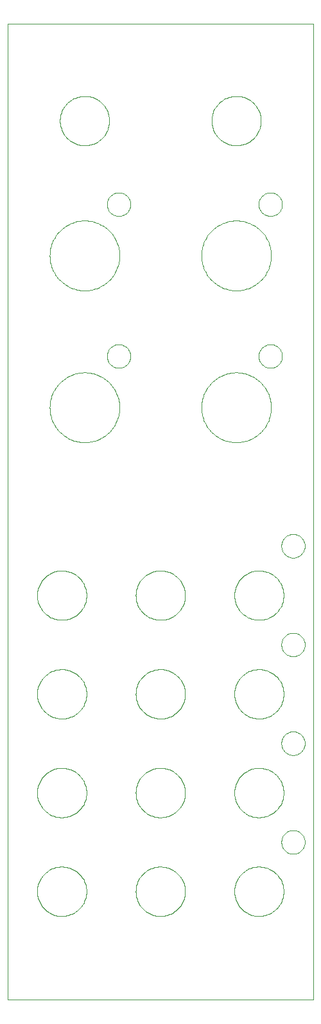
<source format=gm1>
G75*
%MOIN*%
%OFA0B0*%
%FSLAX24Y24*%
%IPPOS*%
%LPD*%
%AMOC8*
5,1,8,0,0,1.08239X$1,22.5*
%
%ADD10C,0.0000*%
D10*
X000150Y000150D02*
X000150Y050741D01*
X016016Y050741D01*
X016016Y000150D01*
X000150Y000150D01*
X001685Y005760D02*
X001687Y005831D01*
X001693Y005902D01*
X001703Y005973D01*
X001717Y006042D01*
X001734Y006111D01*
X001756Y006179D01*
X001781Y006246D01*
X001810Y006311D01*
X001842Y006374D01*
X001878Y006436D01*
X001917Y006495D01*
X001960Y006552D01*
X002005Y006607D01*
X002054Y006659D01*
X002105Y006708D01*
X002159Y006754D01*
X002216Y006798D01*
X002274Y006838D01*
X002335Y006874D01*
X002398Y006908D01*
X002463Y006937D01*
X002529Y006963D01*
X002597Y006986D01*
X002665Y007004D01*
X002735Y007019D01*
X002805Y007030D01*
X002876Y007037D01*
X002947Y007040D01*
X003018Y007039D01*
X003089Y007034D01*
X003160Y007025D01*
X003230Y007012D01*
X003299Y006996D01*
X003367Y006975D01*
X003434Y006951D01*
X003500Y006923D01*
X003563Y006891D01*
X003625Y006856D01*
X003685Y006818D01*
X003743Y006776D01*
X003798Y006732D01*
X003851Y006684D01*
X003901Y006633D01*
X003948Y006580D01*
X003992Y006524D01*
X004033Y006466D01*
X004071Y006405D01*
X004105Y006343D01*
X004135Y006278D01*
X004162Y006213D01*
X004186Y006145D01*
X004205Y006077D01*
X004221Y006008D01*
X004233Y005937D01*
X004241Y005867D01*
X004245Y005796D01*
X004245Y005724D01*
X004241Y005653D01*
X004233Y005583D01*
X004221Y005512D01*
X004205Y005443D01*
X004186Y005375D01*
X004162Y005307D01*
X004135Y005242D01*
X004105Y005177D01*
X004071Y005115D01*
X004033Y005054D01*
X003992Y004996D01*
X003948Y004940D01*
X003901Y004887D01*
X003851Y004836D01*
X003798Y004788D01*
X003743Y004744D01*
X003685Y004702D01*
X003625Y004664D01*
X003563Y004629D01*
X003500Y004597D01*
X003434Y004569D01*
X003367Y004545D01*
X003299Y004524D01*
X003230Y004508D01*
X003160Y004495D01*
X003089Y004486D01*
X003018Y004481D01*
X002947Y004480D01*
X002876Y004483D01*
X002805Y004490D01*
X002735Y004501D01*
X002665Y004516D01*
X002597Y004534D01*
X002529Y004557D01*
X002463Y004583D01*
X002398Y004612D01*
X002335Y004646D01*
X002274Y004682D01*
X002216Y004722D01*
X002159Y004766D01*
X002105Y004812D01*
X002054Y004861D01*
X002005Y004913D01*
X001960Y004968D01*
X001917Y005025D01*
X001878Y005084D01*
X001842Y005146D01*
X001810Y005209D01*
X001781Y005274D01*
X001756Y005341D01*
X001734Y005409D01*
X001717Y005478D01*
X001703Y005547D01*
X001693Y005618D01*
X001687Y005689D01*
X001685Y005760D01*
X001685Y010878D02*
X001687Y010949D01*
X001693Y011020D01*
X001703Y011091D01*
X001717Y011160D01*
X001734Y011229D01*
X001756Y011297D01*
X001781Y011364D01*
X001810Y011429D01*
X001842Y011492D01*
X001878Y011554D01*
X001917Y011613D01*
X001960Y011670D01*
X002005Y011725D01*
X002054Y011777D01*
X002105Y011826D01*
X002159Y011872D01*
X002216Y011916D01*
X002274Y011956D01*
X002335Y011992D01*
X002398Y012026D01*
X002463Y012055D01*
X002529Y012081D01*
X002597Y012104D01*
X002665Y012122D01*
X002735Y012137D01*
X002805Y012148D01*
X002876Y012155D01*
X002947Y012158D01*
X003018Y012157D01*
X003089Y012152D01*
X003160Y012143D01*
X003230Y012130D01*
X003299Y012114D01*
X003367Y012093D01*
X003434Y012069D01*
X003500Y012041D01*
X003563Y012009D01*
X003625Y011974D01*
X003685Y011936D01*
X003743Y011894D01*
X003798Y011850D01*
X003851Y011802D01*
X003901Y011751D01*
X003948Y011698D01*
X003992Y011642D01*
X004033Y011584D01*
X004071Y011523D01*
X004105Y011461D01*
X004135Y011396D01*
X004162Y011331D01*
X004186Y011263D01*
X004205Y011195D01*
X004221Y011126D01*
X004233Y011055D01*
X004241Y010985D01*
X004245Y010914D01*
X004245Y010842D01*
X004241Y010771D01*
X004233Y010701D01*
X004221Y010630D01*
X004205Y010561D01*
X004186Y010493D01*
X004162Y010425D01*
X004135Y010360D01*
X004105Y010295D01*
X004071Y010233D01*
X004033Y010172D01*
X003992Y010114D01*
X003948Y010058D01*
X003901Y010005D01*
X003851Y009954D01*
X003798Y009906D01*
X003743Y009862D01*
X003685Y009820D01*
X003625Y009782D01*
X003563Y009747D01*
X003500Y009715D01*
X003434Y009687D01*
X003367Y009663D01*
X003299Y009642D01*
X003230Y009626D01*
X003160Y009613D01*
X003089Y009604D01*
X003018Y009599D01*
X002947Y009598D01*
X002876Y009601D01*
X002805Y009608D01*
X002735Y009619D01*
X002665Y009634D01*
X002597Y009652D01*
X002529Y009675D01*
X002463Y009701D01*
X002398Y009730D01*
X002335Y009764D01*
X002274Y009800D01*
X002216Y009840D01*
X002159Y009884D01*
X002105Y009930D01*
X002054Y009979D01*
X002005Y010031D01*
X001960Y010086D01*
X001917Y010143D01*
X001878Y010202D01*
X001842Y010264D01*
X001810Y010327D01*
X001781Y010392D01*
X001756Y010459D01*
X001734Y010527D01*
X001717Y010596D01*
X001703Y010665D01*
X001693Y010736D01*
X001687Y010807D01*
X001685Y010878D01*
X001685Y015996D02*
X001687Y016067D01*
X001693Y016138D01*
X001703Y016209D01*
X001717Y016278D01*
X001734Y016347D01*
X001756Y016415D01*
X001781Y016482D01*
X001810Y016547D01*
X001842Y016610D01*
X001878Y016672D01*
X001917Y016731D01*
X001960Y016788D01*
X002005Y016843D01*
X002054Y016895D01*
X002105Y016944D01*
X002159Y016990D01*
X002216Y017034D01*
X002274Y017074D01*
X002335Y017110D01*
X002398Y017144D01*
X002463Y017173D01*
X002529Y017199D01*
X002597Y017222D01*
X002665Y017240D01*
X002735Y017255D01*
X002805Y017266D01*
X002876Y017273D01*
X002947Y017276D01*
X003018Y017275D01*
X003089Y017270D01*
X003160Y017261D01*
X003230Y017248D01*
X003299Y017232D01*
X003367Y017211D01*
X003434Y017187D01*
X003500Y017159D01*
X003563Y017127D01*
X003625Y017092D01*
X003685Y017054D01*
X003743Y017012D01*
X003798Y016968D01*
X003851Y016920D01*
X003901Y016869D01*
X003948Y016816D01*
X003992Y016760D01*
X004033Y016702D01*
X004071Y016641D01*
X004105Y016579D01*
X004135Y016514D01*
X004162Y016449D01*
X004186Y016381D01*
X004205Y016313D01*
X004221Y016244D01*
X004233Y016173D01*
X004241Y016103D01*
X004245Y016032D01*
X004245Y015960D01*
X004241Y015889D01*
X004233Y015819D01*
X004221Y015748D01*
X004205Y015679D01*
X004186Y015611D01*
X004162Y015543D01*
X004135Y015478D01*
X004105Y015413D01*
X004071Y015351D01*
X004033Y015290D01*
X003992Y015232D01*
X003948Y015176D01*
X003901Y015123D01*
X003851Y015072D01*
X003798Y015024D01*
X003743Y014980D01*
X003685Y014938D01*
X003625Y014900D01*
X003563Y014865D01*
X003500Y014833D01*
X003434Y014805D01*
X003367Y014781D01*
X003299Y014760D01*
X003230Y014744D01*
X003160Y014731D01*
X003089Y014722D01*
X003018Y014717D01*
X002947Y014716D01*
X002876Y014719D01*
X002805Y014726D01*
X002735Y014737D01*
X002665Y014752D01*
X002597Y014770D01*
X002529Y014793D01*
X002463Y014819D01*
X002398Y014848D01*
X002335Y014882D01*
X002274Y014918D01*
X002216Y014958D01*
X002159Y015002D01*
X002105Y015048D01*
X002054Y015097D01*
X002005Y015149D01*
X001960Y015204D01*
X001917Y015261D01*
X001878Y015320D01*
X001842Y015382D01*
X001810Y015445D01*
X001781Y015510D01*
X001756Y015577D01*
X001734Y015645D01*
X001717Y015714D01*
X001703Y015783D01*
X001693Y015854D01*
X001687Y015925D01*
X001685Y015996D01*
X001685Y021115D02*
X001687Y021186D01*
X001693Y021257D01*
X001703Y021328D01*
X001717Y021397D01*
X001734Y021466D01*
X001756Y021534D01*
X001781Y021601D01*
X001810Y021666D01*
X001842Y021729D01*
X001878Y021791D01*
X001917Y021850D01*
X001960Y021907D01*
X002005Y021962D01*
X002054Y022014D01*
X002105Y022063D01*
X002159Y022109D01*
X002216Y022153D01*
X002274Y022193D01*
X002335Y022229D01*
X002398Y022263D01*
X002463Y022292D01*
X002529Y022318D01*
X002597Y022341D01*
X002665Y022359D01*
X002735Y022374D01*
X002805Y022385D01*
X002876Y022392D01*
X002947Y022395D01*
X003018Y022394D01*
X003089Y022389D01*
X003160Y022380D01*
X003230Y022367D01*
X003299Y022351D01*
X003367Y022330D01*
X003434Y022306D01*
X003500Y022278D01*
X003563Y022246D01*
X003625Y022211D01*
X003685Y022173D01*
X003743Y022131D01*
X003798Y022087D01*
X003851Y022039D01*
X003901Y021988D01*
X003948Y021935D01*
X003992Y021879D01*
X004033Y021821D01*
X004071Y021760D01*
X004105Y021698D01*
X004135Y021633D01*
X004162Y021568D01*
X004186Y021500D01*
X004205Y021432D01*
X004221Y021363D01*
X004233Y021292D01*
X004241Y021222D01*
X004245Y021151D01*
X004245Y021079D01*
X004241Y021008D01*
X004233Y020938D01*
X004221Y020867D01*
X004205Y020798D01*
X004186Y020730D01*
X004162Y020662D01*
X004135Y020597D01*
X004105Y020532D01*
X004071Y020470D01*
X004033Y020409D01*
X003992Y020351D01*
X003948Y020295D01*
X003901Y020242D01*
X003851Y020191D01*
X003798Y020143D01*
X003743Y020099D01*
X003685Y020057D01*
X003625Y020019D01*
X003563Y019984D01*
X003500Y019952D01*
X003434Y019924D01*
X003367Y019900D01*
X003299Y019879D01*
X003230Y019863D01*
X003160Y019850D01*
X003089Y019841D01*
X003018Y019836D01*
X002947Y019835D01*
X002876Y019838D01*
X002805Y019845D01*
X002735Y019856D01*
X002665Y019871D01*
X002597Y019889D01*
X002529Y019912D01*
X002463Y019938D01*
X002398Y019967D01*
X002335Y020001D01*
X002274Y020037D01*
X002216Y020077D01*
X002159Y020121D01*
X002105Y020167D01*
X002054Y020216D01*
X002005Y020268D01*
X001960Y020323D01*
X001917Y020380D01*
X001878Y020439D01*
X001842Y020501D01*
X001810Y020564D01*
X001781Y020629D01*
X001756Y020696D01*
X001734Y020764D01*
X001717Y020833D01*
X001703Y020902D01*
X001693Y020973D01*
X001687Y021044D01*
X001685Y021115D01*
X002335Y030859D02*
X002337Y030944D01*
X002343Y031029D01*
X002353Y031113D01*
X002367Y031197D01*
X002385Y031280D01*
X002406Y031362D01*
X002432Y031443D01*
X002461Y031523D01*
X002494Y031601D01*
X002530Y031677D01*
X002571Y031752D01*
X002614Y031825D01*
X002661Y031896D01*
X002711Y031964D01*
X002765Y032030D01*
X002821Y032094D01*
X002881Y032154D01*
X002943Y032212D01*
X003007Y032267D01*
X003075Y032319D01*
X003144Y032368D01*
X003216Y032413D01*
X003290Y032455D01*
X003366Y032493D01*
X003443Y032528D01*
X003522Y032559D01*
X003603Y032587D01*
X003684Y032610D01*
X003767Y032630D01*
X003850Y032646D01*
X003934Y032658D01*
X004019Y032666D01*
X004104Y032670D01*
X004188Y032670D01*
X004273Y032666D01*
X004358Y032658D01*
X004442Y032646D01*
X004525Y032630D01*
X004608Y032610D01*
X004689Y032587D01*
X004770Y032559D01*
X004849Y032528D01*
X004926Y032493D01*
X005002Y032455D01*
X005076Y032413D01*
X005148Y032368D01*
X005217Y032319D01*
X005285Y032267D01*
X005349Y032212D01*
X005411Y032154D01*
X005471Y032094D01*
X005527Y032030D01*
X005581Y031964D01*
X005631Y031896D01*
X005678Y031825D01*
X005721Y031752D01*
X005762Y031677D01*
X005798Y031601D01*
X005831Y031523D01*
X005860Y031443D01*
X005886Y031362D01*
X005907Y031280D01*
X005925Y031197D01*
X005939Y031113D01*
X005949Y031029D01*
X005955Y030944D01*
X005957Y030859D01*
X005955Y030774D01*
X005949Y030689D01*
X005939Y030605D01*
X005925Y030521D01*
X005907Y030438D01*
X005886Y030356D01*
X005860Y030275D01*
X005831Y030195D01*
X005798Y030117D01*
X005762Y030041D01*
X005721Y029966D01*
X005678Y029893D01*
X005631Y029822D01*
X005581Y029754D01*
X005527Y029688D01*
X005471Y029624D01*
X005411Y029564D01*
X005349Y029506D01*
X005285Y029451D01*
X005217Y029399D01*
X005148Y029350D01*
X005076Y029305D01*
X005002Y029263D01*
X004926Y029225D01*
X004849Y029190D01*
X004770Y029159D01*
X004689Y029131D01*
X004608Y029108D01*
X004525Y029088D01*
X004442Y029072D01*
X004358Y029060D01*
X004273Y029052D01*
X004188Y029048D01*
X004104Y029048D01*
X004019Y029052D01*
X003934Y029060D01*
X003850Y029072D01*
X003767Y029088D01*
X003684Y029108D01*
X003603Y029131D01*
X003522Y029159D01*
X003443Y029190D01*
X003366Y029225D01*
X003290Y029263D01*
X003216Y029305D01*
X003144Y029350D01*
X003075Y029399D01*
X003007Y029451D01*
X002943Y029506D01*
X002881Y029564D01*
X002821Y029624D01*
X002765Y029688D01*
X002711Y029754D01*
X002661Y029822D01*
X002614Y029893D01*
X002571Y029966D01*
X002530Y030041D01*
X002494Y030117D01*
X002461Y030195D01*
X002432Y030275D01*
X002406Y030356D01*
X002385Y030438D01*
X002367Y030521D01*
X002353Y030605D01*
X002343Y030689D01*
X002337Y030774D01*
X002335Y030859D01*
X002335Y038733D02*
X002337Y038818D01*
X002343Y038903D01*
X002353Y038987D01*
X002367Y039071D01*
X002385Y039154D01*
X002406Y039236D01*
X002432Y039317D01*
X002461Y039397D01*
X002494Y039475D01*
X002530Y039551D01*
X002571Y039626D01*
X002614Y039699D01*
X002661Y039770D01*
X002711Y039838D01*
X002765Y039904D01*
X002821Y039968D01*
X002881Y040028D01*
X002943Y040086D01*
X003007Y040141D01*
X003075Y040193D01*
X003144Y040242D01*
X003216Y040287D01*
X003290Y040329D01*
X003366Y040367D01*
X003443Y040402D01*
X003522Y040433D01*
X003603Y040461D01*
X003684Y040484D01*
X003767Y040504D01*
X003850Y040520D01*
X003934Y040532D01*
X004019Y040540D01*
X004104Y040544D01*
X004188Y040544D01*
X004273Y040540D01*
X004358Y040532D01*
X004442Y040520D01*
X004525Y040504D01*
X004608Y040484D01*
X004689Y040461D01*
X004770Y040433D01*
X004849Y040402D01*
X004926Y040367D01*
X005002Y040329D01*
X005076Y040287D01*
X005148Y040242D01*
X005217Y040193D01*
X005285Y040141D01*
X005349Y040086D01*
X005411Y040028D01*
X005471Y039968D01*
X005527Y039904D01*
X005581Y039838D01*
X005631Y039770D01*
X005678Y039699D01*
X005721Y039626D01*
X005762Y039551D01*
X005798Y039475D01*
X005831Y039397D01*
X005860Y039317D01*
X005886Y039236D01*
X005907Y039154D01*
X005925Y039071D01*
X005939Y038987D01*
X005949Y038903D01*
X005955Y038818D01*
X005957Y038733D01*
X005955Y038648D01*
X005949Y038563D01*
X005939Y038479D01*
X005925Y038395D01*
X005907Y038312D01*
X005886Y038230D01*
X005860Y038149D01*
X005831Y038069D01*
X005798Y037991D01*
X005762Y037915D01*
X005721Y037840D01*
X005678Y037767D01*
X005631Y037696D01*
X005581Y037628D01*
X005527Y037562D01*
X005471Y037498D01*
X005411Y037438D01*
X005349Y037380D01*
X005285Y037325D01*
X005217Y037273D01*
X005148Y037224D01*
X005076Y037179D01*
X005002Y037137D01*
X004926Y037099D01*
X004849Y037064D01*
X004770Y037033D01*
X004689Y037005D01*
X004608Y036982D01*
X004525Y036962D01*
X004442Y036946D01*
X004358Y036934D01*
X004273Y036926D01*
X004188Y036922D01*
X004104Y036922D01*
X004019Y036926D01*
X003934Y036934D01*
X003850Y036946D01*
X003767Y036962D01*
X003684Y036982D01*
X003603Y037005D01*
X003522Y037033D01*
X003443Y037064D01*
X003366Y037099D01*
X003290Y037137D01*
X003216Y037179D01*
X003144Y037224D01*
X003075Y037273D01*
X003007Y037325D01*
X002943Y037380D01*
X002881Y037438D01*
X002821Y037498D01*
X002765Y037562D01*
X002711Y037628D01*
X002661Y037696D01*
X002614Y037767D01*
X002571Y037840D01*
X002530Y037915D01*
X002494Y037991D01*
X002461Y038069D01*
X002432Y038149D01*
X002406Y038230D01*
X002385Y038312D01*
X002367Y038395D01*
X002353Y038479D01*
X002343Y038563D01*
X002337Y038648D01*
X002335Y038733D01*
X002866Y045721D02*
X002868Y045792D01*
X002874Y045863D01*
X002884Y045934D01*
X002898Y046003D01*
X002915Y046072D01*
X002937Y046140D01*
X002962Y046207D01*
X002991Y046272D01*
X003023Y046335D01*
X003059Y046397D01*
X003098Y046456D01*
X003141Y046513D01*
X003186Y046568D01*
X003235Y046620D01*
X003286Y046669D01*
X003340Y046715D01*
X003397Y046759D01*
X003455Y046799D01*
X003516Y046835D01*
X003579Y046869D01*
X003644Y046898D01*
X003710Y046924D01*
X003778Y046947D01*
X003846Y046965D01*
X003916Y046980D01*
X003986Y046991D01*
X004057Y046998D01*
X004128Y047001D01*
X004199Y047000D01*
X004270Y046995D01*
X004341Y046986D01*
X004411Y046973D01*
X004480Y046957D01*
X004548Y046936D01*
X004615Y046912D01*
X004681Y046884D01*
X004744Y046852D01*
X004806Y046817D01*
X004866Y046779D01*
X004924Y046737D01*
X004979Y046693D01*
X005032Y046645D01*
X005082Y046594D01*
X005129Y046541D01*
X005173Y046485D01*
X005214Y046427D01*
X005252Y046366D01*
X005286Y046304D01*
X005316Y046239D01*
X005343Y046174D01*
X005367Y046106D01*
X005386Y046038D01*
X005402Y045969D01*
X005414Y045898D01*
X005422Y045828D01*
X005426Y045757D01*
X005426Y045685D01*
X005422Y045614D01*
X005414Y045544D01*
X005402Y045473D01*
X005386Y045404D01*
X005367Y045336D01*
X005343Y045268D01*
X005316Y045203D01*
X005286Y045138D01*
X005252Y045076D01*
X005214Y045015D01*
X005173Y044957D01*
X005129Y044901D01*
X005082Y044848D01*
X005032Y044797D01*
X004979Y044749D01*
X004924Y044705D01*
X004866Y044663D01*
X004806Y044625D01*
X004744Y044590D01*
X004681Y044558D01*
X004615Y044530D01*
X004548Y044506D01*
X004480Y044485D01*
X004411Y044469D01*
X004341Y044456D01*
X004270Y044447D01*
X004199Y044442D01*
X004128Y044441D01*
X004057Y044444D01*
X003986Y044451D01*
X003916Y044462D01*
X003846Y044477D01*
X003778Y044495D01*
X003710Y044518D01*
X003644Y044544D01*
X003579Y044573D01*
X003516Y044607D01*
X003455Y044643D01*
X003397Y044683D01*
X003340Y044727D01*
X003286Y044773D01*
X003235Y044822D01*
X003186Y044874D01*
X003141Y044929D01*
X003098Y044986D01*
X003059Y045045D01*
X003023Y045107D01*
X002991Y045170D01*
X002962Y045235D01*
X002937Y045302D01*
X002915Y045370D01*
X002898Y045439D01*
X002884Y045508D01*
X002874Y045579D01*
X002868Y045650D01*
X002866Y045721D01*
X005308Y041390D02*
X005310Y041439D01*
X005316Y041488D01*
X005326Y041536D01*
X005339Y041583D01*
X005357Y041629D01*
X005378Y041673D01*
X005402Y041716D01*
X005430Y041756D01*
X005461Y041795D01*
X005495Y041830D01*
X005532Y041863D01*
X005571Y041892D01*
X005613Y041918D01*
X005656Y041941D01*
X005702Y041960D01*
X005748Y041976D01*
X005796Y041988D01*
X005844Y041996D01*
X005893Y042000D01*
X005943Y042000D01*
X005992Y041996D01*
X006040Y041988D01*
X006088Y041976D01*
X006134Y041960D01*
X006180Y041941D01*
X006223Y041918D01*
X006265Y041892D01*
X006304Y041863D01*
X006341Y041830D01*
X006375Y041795D01*
X006406Y041756D01*
X006434Y041716D01*
X006458Y041673D01*
X006479Y041629D01*
X006497Y041583D01*
X006510Y041536D01*
X006520Y041488D01*
X006526Y041439D01*
X006528Y041390D01*
X006526Y041341D01*
X006520Y041292D01*
X006510Y041244D01*
X006497Y041197D01*
X006479Y041151D01*
X006458Y041107D01*
X006434Y041064D01*
X006406Y041024D01*
X006375Y040985D01*
X006341Y040950D01*
X006304Y040917D01*
X006265Y040888D01*
X006223Y040862D01*
X006180Y040839D01*
X006134Y040820D01*
X006088Y040804D01*
X006040Y040792D01*
X005992Y040784D01*
X005943Y040780D01*
X005893Y040780D01*
X005844Y040784D01*
X005796Y040792D01*
X005748Y040804D01*
X005702Y040820D01*
X005656Y040839D01*
X005613Y040862D01*
X005571Y040888D01*
X005532Y040917D01*
X005495Y040950D01*
X005461Y040985D01*
X005430Y041024D01*
X005402Y041064D01*
X005378Y041107D01*
X005357Y041151D01*
X005339Y041197D01*
X005326Y041244D01*
X005316Y041292D01*
X005310Y041341D01*
X005308Y041390D01*
X005308Y033516D02*
X005310Y033565D01*
X005316Y033614D01*
X005326Y033662D01*
X005339Y033709D01*
X005357Y033755D01*
X005378Y033799D01*
X005402Y033842D01*
X005430Y033882D01*
X005461Y033921D01*
X005495Y033956D01*
X005532Y033989D01*
X005571Y034018D01*
X005613Y034044D01*
X005656Y034067D01*
X005702Y034086D01*
X005748Y034102D01*
X005796Y034114D01*
X005844Y034122D01*
X005893Y034126D01*
X005943Y034126D01*
X005992Y034122D01*
X006040Y034114D01*
X006088Y034102D01*
X006134Y034086D01*
X006180Y034067D01*
X006223Y034044D01*
X006265Y034018D01*
X006304Y033989D01*
X006341Y033956D01*
X006375Y033921D01*
X006406Y033882D01*
X006434Y033842D01*
X006458Y033799D01*
X006479Y033755D01*
X006497Y033709D01*
X006510Y033662D01*
X006520Y033614D01*
X006526Y033565D01*
X006528Y033516D01*
X006526Y033467D01*
X006520Y033418D01*
X006510Y033370D01*
X006497Y033323D01*
X006479Y033277D01*
X006458Y033233D01*
X006434Y033190D01*
X006406Y033150D01*
X006375Y033111D01*
X006341Y033076D01*
X006304Y033043D01*
X006265Y033014D01*
X006223Y032988D01*
X006180Y032965D01*
X006134Y032946D01*
X006088Y032930D01*
X006040Y032918D01*
X005992Y032910D01*
X005943Y032906D01*
X005893Y032906D01*
X005844Y032910D01*
X005796Y032918D01*
X005748Y032930D01*
X005702Y032946D01*
X005656Y032965D01*
X005613Y032988D01*
X005571Y033014D01*
X005532Y033043D01*
X005495Y033076D01*
X005461Y033111D01*
X005430Y033150D01*
X005402Y033190D01*
X005378Y033233D01*
X005357Y033277D01*
X005339Y033323D01*
X005326Y033370D01*
X005316Y033418D01*
X005310Y033467D01*
X005308Y033516D01*
X006803Y021115D02*
X006805Y021186D01*
X006811Y021257D01*
X006821Y021328D01*
X006835Y021397D01*
X006852Y021466D01*
X006874Y021534D01*
X006899Y021601D01*
X006928Y021666D01*
X006960Y021729D01*
X006996Y021791D01*
X007035Y021850D01*
X007078Y021907D01*
X007123Y021962D01*
X007172Y022014D01*
X007223Y022063D01*
X007277Y022109D01*
X007334Y022153D01*
X007392Y022193D01*
X007453Y022229D01*
X007516Y022263D01*
X007581Y022292D01*
X007647Y022318D01*
X007715Y022341D01*
X007783Y022359D01*
X007853Y022374D01*
X007923Y022385D01*
X007994Y022392D01*
X008065Y022395D01*
X008136Y022394D01*
X008207Y022389D01*
X008278Y022380D01*
X008348Y022367D01*
X008417Y022351D01*
X008485Y022330D01*
X008552Y022306D01*
X008618Y022278D01*
X008681Y022246D01*
X008743Y022211D01*
X008803Y022173D01*
X008861Y022131D01*
X008916Y022087D01*
X008969Y022039D01*
X009019Y021988D01*
X009066Y021935D01*
X009110Y021879D01*
X009151Y021821D01*
X009189Y021760D01*
X009223Y021698D01*
X009253Y021633D01*
X009280Y021568D01*
X009304Y021500D01*
X009323Y021432D01*
X009339Y021363D01*
X009351Y021292D01*
X009359Y021222D01*
X009363Y021151D01*
X009363Y021079D01*
X009359Y021008D01*
X009351Y020938D01*
X009339Y020867D01*
X009323Y020798D01*
X009304Y020730D01*
X009280Y020662D01*
X009253Y020597D01*
X009223Y020532D01*
X009189Y020470D01*
X009151Y020409D01*
X009110Y020351D01*
X009066Y020295D01*
X009019Y020242D01*
X008969Y020191D01*
X008916Y020143D01*
X008861Y020099D01*
X008803Y020057D01*
X008743Y020019D01*
X008681Y019984D01*
X008618Y019952D01*
X008552Y019924D01*
X008485Y019900D01*
X008417Y019879D01*
X008348Y019863D01*
X008278Y019850D01*
X008207Y019841D01*
X008136Y019836D01*
X008065Y019835D01*
X007994Y019838D01*
X007923Y019845D01*
X007853Y019856D01*
X007783Y019871D01*
X007715Y019889D01*
X007647Y019912D01*
X007581Y019938D01*
X007516Y019967D01*
X007453Y020001D01*
X007392Y020037D01*
X007334Y020077D01*
X007277Y020121D01*
X007223Y020167D01*
X007172Y020216D01*
X007123Y020268D01*
X007078Y020323D01*
X007035Y020380D01*
X006996Y020439D01*
X006960Y020501D01*
X006928Y020564D01*
X006899Y020629D01*
X006874Y020696D01*
X006852Y020764D01*
X006835Y020833D01*
X006821Y020902D01*
X006811Y020973D01*
X006805Y021044D01*
X006803Y021115D01*
X006803Y015996D02*
X006805Y016067D01*
X006811Y016138D01*
X006821Y016209D01*
X006835Y016278D01*
X006852Y016347D01*
X006874Y016415D01*
X006899Y016482D01*
X006928Y016547D01*
X006960Y016610D01*
X006996Y016672D01*
X007035Y016731D01*
X007078Y016788D01*
X007123Y016843D01*
X007172Y016895D01*
X007223Y016944D01*
X007277Y016990D01*
X007334Y017034D01*
X007392Y017074D01*
X007453Y017110D01*
X007516Y017144D01*
X007581Y017173D01*
X007647Y017199D01*
X007715Y017222D01*
X007783Y017240D01*
X007853Y017255D01*
X007923Y017266D01*
X007994Y017273D01*
X008065Y017276D01*
X008136Y017275D01*
X008207Y017270D01*
X008278Y017261D01*
X008348Y017248D01*
X008417Y017232D01*
X008485Y017211D01*
X008552Y017187D01*
X008618Y017159D01*
X008681Y017127D01*
X008743Y017092D01*
X008803Y017054D01*
X008861Y017012D01*
X008916Y016968D01*
X008969Y016920D01*
X009019Y016869D01*
X009066Y016816D01*
X009110Y016760D01*
X009151Y016702D01*
X009189Y016641D01*
X009223Y016579D01*
X009253Y016514D01*
X009280Y016449D01*
X009304Y016381D01*
X009323Y016313D01*
X009339Y016244D01*
X009351Y016173D01*
X009359Y016103D01*
X009363Y016032D01*
X009363Y015960D01*
X009359Y015889D01*
X009351Y015819D01*
X009339Y015748D01*
X009323Y015679D01*
X009304Y015611D01*
X009280Y015543D01*
X009253Y015478D01*
X009223Y015413D01*
X009189Y015351D01*
X009151Y015290D01*
X009110Y015232D01*
X009066Y015176D01*
X009019Y015123D01*
X008969Y015072D01*
X008916Y015024D01*
X008861Y014980D01*
X008803Y014938D01*
X008743Y014900D01*
X008681Y014865D01*
X008618Y014833D01*
X008552Y014805D01*
X008485Y014781D01*
X008417Y014760D01*
X008348Y014744D01*
X008278Y014731D01*
X008207Y014722D01*
X008136Y014717D01*
X008065Y014716D01*
X007994Y014719D01*
X007923Y014726D01*
X007853Y014737D01*
X007783Y014752D01*
X007715Y014770D01*
X007647Y014793D01*
X007581Y014819D01*
X007516Y014848D01*
X007453Y014882D01*
X007392Y014918D01*
X007334Y014958D01*
X007277Y015002D01*
X007223Y015048D01*
X007172Y015097D01*
X007123Y015149D01*
X007078Y015204D01*
X007035Y015261D01*
X006996Y015320D01*
X006960Y015382D01*
X006928Y015445D01*
X006899Y015510D01*
X006874Y015577D01*
X006852Y015645D01*
X006835Y015714D01*
X006821Y015783D01*
X006811Y015854D01*
X006805Y015925D01*
X006803Y015996D01*
X006803Y010878D02*
X006805Y010949D01*
X006811Y011020D01*
X006821Y011091D01*
X006835Y011160D01*
X006852Y011229D01*
X006874Y011297D01*
X006899Y011364D01*
X006928Y011429D01*
X006960Y011492D01*
X006996Y011554D01*
X007035Y011613D01*
X007078Y011670D01*
X007123Y011725D01*
X007172Y011777D01*
X007223Y011826D01*
X007277Y011872D01*
X007334Y011916D01*
X007392Y011956D01*
X007453Y011992D01*
X007516Y012026D01*
X007581Y012055D01*
X007647Y012081D01*
X007715Y012104D01*
X007783Y012122D01*
X007853Y012137D01*
X007923Y012148D01*
X007994Y012155D01*
X008065Y012158D01*
X008136Y012157D01*
X008207Y012152D01*
X008278Y012143D01*
X008348Y012130D01*
X008417Y012114D01*
X008485Y012093D01*
X008552Y012069D01*
X008618Y012041D01*
X008681Y012009D01*
X008743Y011974D01*
X008803Y011936D01*
X008861Y011894D01*
X008916Y011850D01*
X008969Y011802D01*
X009019Y011751D01*
X009066Y011698D01*
X009110Y011642D01*
X009151Y011584D01*
X009189Y011523D01*
X009223Y011461D01*
X009253Y011396D01*
X009280Y011331D01*
X009304Y011263D01*
X009323Y011195D01*
X009339Y011126D01*
X009351Y011055D01*
X009359Y010985D01*
X009363Y010914D01*
X009363Y010842D01*
X009359Y010771D01*
X009351Y010701D01*
X009339Y010630D01*
X009323Y010561D01*
X009304Y010493D01*
X009280Y010425D01*
X009253Y010360D01*
X009223Y010295D01*
X009189Y010233D01*
X009151Y010172D01*
X009110Y010114D01*
X009066Y010058D01*
X009019Y010005D01*
X008969Y009954D01*
X008916Y009906D01*
X008861Y009862D01*
X008803Y009820D01*
X008743Y009782D01*
X008681Y009747D01*
X008618Y009715D01*
X008552Y009687D01*
X008485Y009663D01*
X008417Y009642D01*
X008348Y009626D01*
X008278Y009613D01*
X008207Y009604D01*
X008136Y009599D01*
X008065Y009598D01*
X007994Y009601D01*
X007923Y009608D01*
X007853Y009619D01*
X007783Y009634D01*
X007715Y009652D01*
X007647Y009675D01*
X007581Y009701D01*
X007516Y009730D01*
X007453Y009764D01*
X007392Y009800D01*
X007334Y009840D01*
X007277Y009884D01*
X007223Y009930D01*
X007172Y009979D01*
X007123Y010031D01*
X007078Y010086D01*
X007035Y010143D01*
X006996Y010202D01*
X006960Y010264D01*
X006928Y010327D01*
X006899Y010392D01*
X006874Y010459D01*
X006852Y010527D01*
X006835Y010596D01*
X006821Y010665D01*
X006811Y010736D01*
X006805Y010807D01*
X006803Y010878D01*
X006803Y005760D02*
X006805Y005831D01*
X006811Y005902D01*
X006821Y005973D01*
X006835Y006042D01*
X006852Y006111D01*
X006874Y006179D01*
X006899Y006246D01*
X006928Y006311D01*
X006960Y006374D01*
X006996Y006436D01*
X007035Y006495D01*
X007078Y006552D01*
X007123Y006607D01*
X007172Y006659D01*
X007223Y006708D01*
X007277Y006754D01*
X007334Y006798D01*
X007392Y006838D01*
X007453Y006874D01*
X007516Y006908D01*
X007581Y006937D01*
X007647Y006963D01*
X007715Y006986D01*
X007783Y007004D01*
X007853Y007019D01*
X007923Y007030D01*
X007994Y007037D01*
X008065Y007040D01*
X008136Y007039D01*
X008207Y007034D01*
X008278Y007025D01*
X008348Y007012D01*
X008417Y006996D01*
X008485Y006975D01*
X008552Y006951D01*
X008618Y006923D01*
X008681Y006891D01*
X008743Y006856D01*
X008803Y006818D01*
X008861Y006776D01*
X008916Y006732D01*
X008969Y006684D01*
X009019Y006633D01*
X009066Y006580D01*
X009110Y006524D01*
X009151Y006466D01*
X009189Y006405D01*
X009223Y006343D01*
X009253Y006278D01*
X009280Y006213D01*
X009304Y006145D01*
X009323Y006077D01*
X009339Y006008D01*
X009351Y005937D01*
X009359Y005867D01*
X009363Y005796D01*
X009363Y005724D01*
X009359Y005653D01*
X009351Y005583D01*
X009339Y005512D01*
X009323Y005443D01*
X009304Y005375D01*
X009280Y005307D01*
X009253Y005242D01*
X009223Y005177D01*
X009189Y005115D01*
X009151Y005054D01*
X009110Y004996D01*
X009066Y004940D01*
X009019Y004887D01*
X008969Y004836D01*
X008916Y004788D01*
X008861Y004744D01*
X008803Y004702D01*
X008743Y004664D01*
X008681Y004629D01*
X008618Y004597D01*
X008552Y004569D01*
X008485Y004545D01*
X008417Y004524D01*
X008348Y004508D01*
X008278Y004495D01*
X008207Y004486D01*
X008136Y004481D01*
X008065Y004480D01*
X007994Y004483D01*
X007923Y004490D01*
X007853Y004501D01*
X007783Y004516D01*
X007715Y004534D01*
X007647Y004557D01*
X007581Y004583D01*
X007516Y004612D01*
X007453Y004646D01*
X007392Y004682D01*
X007334Y004722D01*
X007277Y004766D01*
X007223Y004812D01*
X007172Y004861D01*
X007123Y004913D01*
X007078Y004968D01*
X007035Y005025D01*
X006996Y005084D01*
X006960Y005146D01*
X006928Y005209D01*
X006899Y005274D01*
X006874Y005341D01*
X006852Y005409D01*
X006835Y005478D01*
X006821Y005547D01*
X006811Y005618D01*
X006805Y005689D01*
X006803Y005760D01*
X011921Y005760D02*
X011923Y005831D01*
X011929Y005902D01*
X011939Y005973D01*
X011953Y006042D01*
X011970Y006111D01*
X011992Y006179D01*
X012017Y006246D01*
X012046Y006311D01*
X012078Y006374D01*
X012114Y006436D01*
X012153Y006495D01*
X012196Y006552D01*
X012241Y006607D01*
X012290Y006659D01*
X012341Y006708D01*
X012395Y006754D01*
X012452Y006798D01*
X012510Y006838D01*
X012571Y006874D01*
X012634Y006908D01*
X012699Y006937D01*
X012765Y006963D01*
X012833Y006986D01*
X012901Y007004D01*
X012971Y007019D01*
X013041Y007030D01*
X013112Y007037D01*
X013183Y007040D01*
X013254Y007039D01*
X013325Y007034D01*
X013396Y007025D01*
X013466Y007012D01*
X013535Y006996D01*
X013603Y006975D01*
X013670Y006951D01*
X013736Y006923D01*
X013799Y006891D01*
X013861Y006856D01*
X013921Y006818D01*
X013979Y006776D01*
X014034Y006732D01*
X014087Y006684D01*
X014137Y006633D01*
X014184Y006580D01*
X014228Y006524D01*
X014269Y006466D01*
X014307Y006405D01*
X014341Y006343D01*
X014371Y006278D01*
X014398Y006213D01*
X014422Y006145D01*
X014441Y006077D01*
X014457Y006008D01*
X014469Y005937D01*
X014477Y005867D01*
X014481Y005796D01*
X014481Y005724D01*
X014477Y005653D01*
X014469Y005583D01*
X014457Y005512D01*
X014441Y005443D01*
X014422Y005375D01*
X014398Y005307D01*
X014371Y005242D01*
X014341Y005177D01*
X014307Y005115D01*
X014269Y005054D01*
X014228Y004996D01*
X014184Y004940D01*
X014137Y004887D01*
X014087Y004836D01*
X014034Y004788D01*
X013979Y004744D01*
X013921Y004702D01*
X013861Y004664D01*
X013799Y004629D01*
X013736Y004597D01*
X013670Y004569D01*
X013603Y004545D01*
X013535Y004524D01*
X013466Y004508D01*
X013396Y004495D01*
X013325Y004486D01*
X013254Y004481D01*
X013183Y004480D01*
X013112Y004483D01*
X013041Y004490D01*
X012971Y004501D01*
X012901Y004516D01*
X012833Y004534D01*
X012765Y004557D01*
X012699Y004583D01*
X012634Y004612D01*
X012571Y004646D01*
X012510Y004682D01*
X012452Y004722D01*
X012395Y004766D01*
X012341Y004812D01*
X012290Y004861D01*
X012241Y004913D01*
X012196Y004968D01*
X012153Y005025D01*
X012114Y005084D01*
X012078Y005146D01*
X012046Y005209D01*
X012017Y005274D01*
X011992Y005341D01*
X011970Y005409D01*
X011953Y005478D01*
X011939Y005547D01*
X011929Y005618D01*
X011923Y005689D01*
X011921Y005760D01*
X011921Y010878D02*
X011923Y010949D01*
X011929Y011020D01*
X011939Y011091D01*
X011953Y011160D01*
X011970Y011229D01*
X011992Y011297D01*
X012017Y011364D01*
X012046Y011429D01*
X012078Y011492D01*
X012114Y011554D01*
X012153Y011613D01*
X012196Y011670D01*
X012241Y011725D01*
X012290Y011777D01*
X012341Y011826D01*
X012395Y011872D01*
X012452Y011916D01*
X012510Y011956D01*
X012571Y011992D01*
X012634Y012026D01*
X012699Y012055D01*
X012765Y012081D01*
X012833Y012104D01*
X012901Y012122D01*
X012971Y012137D01*
X013041Y012148D01*
X013112Y012155D01*
X013183Y012158D01*
X013254Y012157D01*
X013325Y012152D01*
X013396Y012143D01*
X013466Y012130D01*
X013535Y012114D01*
X013603Y012093D01*
X013670Y012069D01*
X013736Y012041D01*
X013799Y012009D01*
X013861Y011974D01*
X013921Y011936D01*
X013979Y011894D01*
X014034Y011850D01*
X014087Y011802D01*
X014137Y011751D01*
X014184Y011698D01*
X014228Y011642D01*
X014269Y011584D01*
X014307Y011523D01*
X014341Y011461D01*
X014371Y011396D01*
X014398Y011331D01*
X014422Y011263D01*
X014441Y011195D01*
X014457Y011126D01*
X014469Y011055D01*
X014477Y010985D01*
X014481Y010914D01*
X014481Y010842D01*
X014477Y010771D01*
X014469Y010701D01*
X014457Y010630D01*
X014441Y010561D01*
X014422Y010493D01*
X014398Y010425D01*
X014371Y010360D01*
X014341Y010295D01*
X014307Y010233D01*
X014269Y010172D01*
X014228Y010114D01*
X014184Y010058D01*
X014137Y010005D01*
X014087Y009954D01*
X014034Y009906D01*
X013979Y009862D01*
X013921Y009820D01*
X013861Y009782D01*
X013799Y009747D01*
X013736Y009715D01*
X013670Y009687D01*
X013603Y009663D01*
X013535Y009642D01*
X013466Y009626D01*
X013396Y009613D01*
X013325Y009604D01*
X013254Y009599D01*
X013183Y009598D01*
X013112Y009601D01*
X013041Y009608D01*
X012971Y009619D01*
X012901Y009634D01*
X012833Y009652D01*
X012765Y009675D01*
X012699Y009701D01*
X012634Y009730D01*
X012571Y009764D01*
X012510Y009800D01*
X012452Y009840D01*
X012395Y009884D01*
X012341Y009930D01*
X012290Y009979D01*
X012241Y010031D01*
X012196Y010086D01*
X012153Y010143D01*
X012114Y010202D01*
X012078Y010264D01*
X012046Y010327D01*
X012017Y010392D01*
X011992Y010459D01*
X011970Y010527D01*
X011953Y010596D01*
X011939Y010665D01*
X011929Y010736D01*
X011923Y010807D01*
X011921Y010878D01*
X011921Y015996D02*
X011923Y016067D01*
X011929Y016138D01*
X011939Y016209D01*
X011953Y016278D01*
X011970Y016347D01*
X011992Y016415D01*
X012017Y016482D01*
X012046Y016547D01*
X012078Y016610D01*
X012114Y016672D01*
X012153Y016731D01*
X012196Y016788D01*
X012241Y016843D01*
X012290Y016895D01*
X012341Y016944D01*
X012395Y016990D01*
X012452Y017034D01*
X012510Y017074D01*
X012571Y017110D01*
X012634Y017144D01*
X012699Y017173D01*
X012765Y017199D01*
X012833Y017222D01*
X012901Y017240D01*
X012971Y017255D01*
X013041Y017266D01*
X013112Y017273D01*
X013183Y017276D01*
X013254Y017275D01*
X013325Y017270D01*
X013396Y017261D01*
X013466Y017248D01*
X013535Y017232D01*
X013603Y017211D01*
X013670Y017187D01*
X013736Y017159D01*
X013799Y017127D01*
X013861Y017092D01*
X013921Y017054D01*
X013979Y017012D01*
X014034Y016968D01*
X014087Y016920D01*
X014137Y016869D01*
X014184Y016816D01*
X014228Y016760D01*
X014269Y016702D01*
X014307Y016641D01*
X014341Y016579D01*
X014371Y016514D01*
X014398Y016449D01*
X014422Y016381D01*
X014441Y016313D01*
X014457Y016244D01*
X014469Y016173D01*
X014477Y016103D01*
X014481Y016032D01*
X014481Y015960D01*
X014477Y015889D01*
X014469Y015819D01*
X014457Y015748D01*
X014441Y015679D01*
X014422Y015611D01*
X014398Y015543D01*
X014371Y015478D01*
X014341Y015413D01*
X014307Y015351D01*
X014269Y015290D01*
X014228Y015232D01*
X014184Y015176D01*
X014137Y015123D01*
X014087Y015072D01*
X014034Y015024D01*
X013979Y014980D01*
X013921Y014938D01*
X013861Y014900D01*
X013799Y014865D01*
X013736Y014833D01*
X013670Y014805D01*
X013603Y014781D01*
X013535Y014760D01*
X013466Y014744D01*
X013396Y014731D01*
X013325Y014722D01*
X013254Y014717D01*
X013183Y014716D01*
X013112Y014719D01*
X013041Y014726D01*
X012971Y014737D01*
X012901Y014752D01*
X012833Y014770D01*
X012765Y014793D01*
X012699Y014819D01*
X012634Y014848D01*
X012571Y014882D01*
X012510Y014918D01*
X012452Y014958D01*
X012395Y015002D01*
X012341Y015048D01*
X012290Y015097D01*
X012241Y015149D01*
X012196Y015204D01*
X012153Y015261D01*
X012114Y015320D01*
X012078Y015382D01*
X012046Y015445D01*
X012017Y015510D01*
X011992Y015577D01*
X011970Y015645D01*
X011953Y015714D01*
X011939Y015783D01*
X011929Y015854D01*
X011923Y015925D01*
X011921Y015996D01*
X011921Y021115D02*
X011923Y021186D01*
X011929Y021257D01*
X011939Y021328D01*
X011953Y021397D01*
X011970Y021466D01*
X011992Y021534D01*
X012017Y021601D01*
X012046Y021666D01*
X012078Y021729D01*
X012114Y021791D01*
X012153Y021850D01*
X012196Y021907D01*
X012241Y021962D01*
X012290Y022014D01*
X012341Y022063D01*
X012395Y022109D01*
X012452Y022153D01*
X012510Y022193D01*
X012571Y022229D01*
X012634Y022263D01*
X012699Y022292D01*
X012765Y022318D01*
X012833Y022341D01*
X012901Y022359D01*
X012971Y022374D01*
X013041Y022385D01*
X013112Y022392D01*
X013183Y022395D01*
X013254Y022394D01*
X013325Y022389D01*
X013396Y022380D01*
X013466Y022367D01*
X013535Y022351D01*
X013603Y022330D01*
X013670Y022306D01*
X013736Y022278D01*
X013799Y022246D01*
X013861Y022211D01*
X013921Y022173D01*
X013979Y022131D01*
X014034Y022087D01*
X014087Y022039D01*
X014137Y021988D01*
X014184Y021935D01*
X014228Y021879D01*
X014269Y021821D01*
X014307Y021760D01*
X014341Y021698D01*
X014371Y021633D01*
X014398Y021568D01*
X014422Y021500D01*
X014441Y021432D01*
X014457Y021363D01*
X014469Y021292D01*
X014477Y021222D01*
X014481Y021151D01*
X014481Y021079D01*
X014477Y021008D01*
X014469Y020938D01*
X014457Y020867D01*
X014441Y020798D01*
X014422Y020730D01*
X014398Y020662D01*
X014371Y020597D01*
X014341Y020532D01*
X014307Y020470D01*
X014269Y020409D01*
X014228Y020351D01*
X014184Y020295D01*
X014137Y020242D01*
X014087Y020191D01*
X014034Y020143D01*
X013979Y020099D01*
X013921Y020057D01*
X013861Y020019D01*
X013799Y019984D01*
X013736Y019952D01*
X013670Y019924D01*
X013603Y019900D01*
X013535Y019879D01*
X013466Y019863D01*
X013396Y019850D01*
X013325Y019841D01*
X013254Y019836D01*
X013183Y019835D01*
X013112Y019838D01*
X013041Y019845D01*
X012971Y019856D01*
X012901Y019871D01*
X012833Y019889D01*
X012765Y019912D01*
X012699Y019938D01*
X012634Y019967D01*
X012571Y020001D01*
X012510Y020037D01*
X012452Y020077D01*
X012395Y020121D01*
X012341Y020167D01*
X012290Y020216D01*
X012241Y020268D01*
X012196Y020323D01*
X012153Y020380D01*
X012114Y020439D01*
X012078Y020501D01*
X012046Y020564D01*
X012017Y020629D01*
X011992Y020696D01*
X011970Y020764D01*
X011953Y020833D01*
X011939Y020902D01*
X011929Y020973D01*
X011923Y021044D01*
X011921Y021115D01*
X014363Y023674D02*
X014365Y023723D01*
X014371Y023772D01*
X014381Y023820D01*
X014394Y023867D01*
X014412Y023913D01*
X014433Y023957D01*
X014457Y024000D01*
X014485Y024040D01*
X014516Y024079D01*
X014550Y024114D01*
X014587Y024147D01*
X014626Y024176D01*
X014668Y024202D01*
X014711Y024225D01*
X014757Y024244D01*
X014803Y024260D01*
X014851Y024272D01*
X014899Y024280D01*
X014948Y024284D01*
X014998Y024284D01*
X015047Y024280D01*
X015095Y024272D01*
X015143Y024260D01*
X015189Y024244D01*
X015235Y024225D01*
X015278Y024202D01*
X015320Y024176D01*
X015359Y024147D01*
X015396Y024114D01*
X015430Y024079D01*
X015461Y024040D01*
X015489Y024000D01*
X015513Y023957D01*
X015534Y023913D01*
X015552Y023867D01*
X015565Y023820D01*
X015575Y023772D01*
X015581Y023723D01*
X015583Y023674D01*
X015581Y023625D01*
X015575Y023576D01*
X015565Y023528D01*
X015552Y023481D01*
X015534Y023435D01*
X015513Y023391D01*
X015489Y023348D01*
X015461Y023308D01*
X015430Y023269D01*
X015396Y023234D01*
X015359Y023201D01*
X015320Y023172D01*
X015278Y023146D01*
X015235Y023123D01*
X015189Y023104D01*
X015143Y023088D01*
X015095Y023076D01*
X015047Y023068D01*
X014998Y023064D01*
X014948Y023064D01*
X014899Y023068D01*
X014851Y023076D01*
X014803Y023088D01*
X014757Y023104D01*
X014711Y023123D01*
X014668Y023146D01*
X014626Y023172D01*
X014587Y023201D01*
X014550Y023234D01*
X014516Y023269D01*
X014485Y023308D01*
X014457Y023348D01*
X014433Y023391D01*
X014412Y023435D01*
X014394Y023481D01*
X014381Y023528D01*
X014371Y023576D01*
X014365Y023625D01*
X014363Y023674D01*
X014363Y018556D02*
X014365Y018605D01*
X014371Y018654D01*
X014381Y018702D01*
X014394Y018749D01*
X014412Y018795D01*
X014433Y018839D01*
X014457Y018882D01*
X014485Y018922D01*
X014516Y018961D01*
X014550Y018996D01*
X014587Y019029D01*
X014626Y019058D01*
X014668Y019084D01*
X014711Y019107D01*
X014757Y019126D01*
X014803Y019142D01*
X014851Y019154D01*
X014899Y019162D01*
X014948Y019166D01*
X014998Y019166D01*
X015047Y019162D01*
X015095Y019154D01*
X015143Y019142D01*
X015189Y019126D01*
X015235Y019107D01*
X015278Y019084D01*
X015320Y019058D01*
X015359Y019029D01*
X015396Y018996D01*
X015430Y018961D01*
X015461Y018922D01*
X015489Y018882D01*
X015513Y018839D01*
X015534Y018795D01*
X015552Y018749D01*
X015565Y018702D01*
X015575Y018654D01*
X015581Y018605D01*
X015583Y018556D01*
X015581Y018507D01*
X015575Y018458D01*
X015565Y018410D01*
X015552Y018363D01*
X015534Y018317D01*
X015513Y018273D01*
X015489Y018230D01*
X015461Y018190D01*
X015430Y018151D01*
X015396Y018116D01*
X015359Y018083D01*
X015320Y018054D01*
X015278Y018028D01*
X015235Y018005D01*
X015189Y017986D01*
X015143Y017970D01*
X015095Y017958D01*
X015047Y017950D01*
X014998Y017946D01*
X014948Y017946D01*
X014899Y017950D01*
X014851Y017958D01*
X014803Y017970D01*
X014757Y017986D01*
X014711Y018005D01*
X014668Y018028D01*
X014626Y018054D01*
X014587Y018083D01*
X014550Y018116D01*
X014516Y018151D01*
X014485Y018190D01*
X014457Y018230D01*
X014433Y018273D01*
X014412Y018317D01*
X014394Y018363D01*
X014381Y018410D01*
X014371Y018458D01*
X014365Y018507D01*
X014363Y018556D01*
X014363Y013437D02*
X014365Y013486D01*
X014371Y013535D01*
X014381Y013583D01*
X014394Y013630D01*
X014412Y013676D01*
X014433Y013720D01*
X014457Y013763D01*
X014485Y013803D01*
X014516Y013842D01*
X014550Y013877D01*
X014587Y013910D01*
X014626Y013939D01*
X014668Y013965D01*
X014711Y013988D01*
X014757Y014007D01*
X014803Y014023D01*
X014851Y014035D01*
X014899Y014043D01*
X014948Y014047D01*
X014998Y014047D01*
X015047Y014043D01*
X015095Y014035D01*
X015143Y014023D01*
X015189Y014007D01*
X015235Y013988D01*
X015278Y013965D01*
X015320Y013939D01*
X015359Y013910D01*
X015396Y013877D01*
X015430Y013842D01*
X015461Y013803D01*
X015489Y013763D01*
X015513Y013720D01*
X015534Y013676D01*
X015552Y013630D01*
X015565Y013583D01*
X015575Y013535D01*
X015581Y013486D01*
X015583Y013437D01*
X015581Y013388D01*
X015575Y013339D01*
X015565Y013291D01*
X015552Y013244D01*
X015534Y013198D01*
X015513Y013154D01*
X015489Y013111D01*
X015461Y013071D01*
X015430Y013032D01*
X015396Y012997D01*
X015359Y012964D01*
X015320Y012935D01*
X015278Y012909D01*
X015235Y012886D01*
X015189Y012867D01*
X015143Y012851D01*
X015095Y012839D01*
X015047Y012831D01*
X014998Y012827D01*
X014948Y012827D01*
X014899Y012831D01*
X014851Y012839D01*
X014803Y012851D01*
X014757Y012867D01*
X014711Y012886D01*
X014668Y012909D01*
X014626Y012935D01*
X014587Y012964D01*
X014550Y012997D01*
X014516Y013032D01*
X014485Y013071D01*
X014457Y013111D01*
X014433Y013154D01*
X014412Y013198D01*
X014394Y013244D01*
X014381Y013291D01*
X014371Y013339D01*
X014365Y013388D01*
X014363Y013437D01*
X014363Y008319D02*
X014365Y008368D01*
X014371Y008417D01*
X014381Y008465D01*
X014394Y008512D01*
X014412Y008558D01*
X014433Y008602D01*
X014457Y008645D01*
X014485Y008685D01*
X014516Y008724D01*
X014550Y008759D01*
X014587Y008792D01*
X014626Y008821D01*
X014668Y008847D01*
X014711Y008870D01*
X014757Y008889D01*
X014803Y008905D01*
X014851Y008917D01*
X014899Y008925D01*
X014948Y008929D01*
X014998Y008929D01*
X015047Y008925D01*
X015095Y008917D01*
X015143Y008905D01*
X015189Y008889D01*
X015235Y008870D01*
X015278Y008847D01*
X015320Y008821D01*
X015359Y008792D01*
X015396Y008759D01*
X015430Y008724D01*
X015461Y008685D01*
X015489Y008645D01*
X015513Y008602D01*
X015534Y008558D01*
X015552Y008512D01*
X015565Y008465D01*
X015575Y008417D01*
X015581Y008368D01*
X015583Y008319D01*
X015581Y008270D01*
X015575Y008221D01*
X015565Y008173D01*
X015552Y008126D01*
X015534Y008080D01*
X015513Y008036D01*
X015489Y007993D01*
X015461Y007953D01*
X015430Y007914D01*
X015396Y007879D01*
X015359Y007846D01*
X015320Y007817D01*
X015278Y007791D01*
X015235Y007768D01*
X015189Y007749D01*
X015143Y007733D01*
X015095Y007721D01*
X015047Y007713D01*
X014998Y007709D01*
X014948Y007709D01*
X014899Y007713D01*
X014851Y007721D01*
X014803Y007733D01*
X014757Y007749D01*
X014711Y007768D01*
X014668Y007791D01*
X014626Y007817D01*
X014587Y007846D01*
X014550Y007879D01*
X014516Y007914D01*
X014485Y007953D01*
X014457Y007993D01*
X014433Y008036D01*
X014412Y008080D01*
X014394Y008126D01*
X014381Y008173D01*
X014371Y008221D01*
X014365Y008270D01*
X014363Y008319D01*
X010209Y030859D02*
X010211Y030944D01*
X010217Y031029D01*
X010227Y031113D01*
X010241Y031197D01*
X010259Y031280D01*
X010280Y031362D01*
X010306Y031443D01*
X010335Y031523D01*
X010368Y031601D01*
X010404Y031677D01*
X010445Y031752D01*
X010488Y031825D01*
X010535Y031896D01*
X010585Y031964D01*
X010639Y032030D01*
X010695Y032094D01*
X010755Y032154D01*
X010817Y032212D01*
X010881Y032267D01*
X010949Y032319D01*
X011018Y032368D01*
X011090Y032413D01*
X011164Y032455D01*
X011240Y032493D01*
X011317Y032528D01*
X011396Y032559D01*
X011477Y032587D01*
X011558Y032610D01*
X011641Y032630D01*
X011724Y032646D01*
X011808Y032658D01*
X011893Y032666D01*
X011978Y032670D01*
X012062Y032670D01*
X012147Y032666D01*
X012232Y032658D01*
X012316Y032646D01*
X012399Y032630D01*
X012482Y032610D01*
X012563Y032587D01*
X012644Y032559D01*
X012723Y032528D01*
X012800Y032493D01*
X012876Y032455D01*
X012950Y032413D01*
X013022Y032368D01*
X013091Y032319D01*
X013159Y032267D01*
X013223Y032212D01*
X013285Y032154D01*
X013345Y032094D01*
X013401Y032030D01*
X013455Y031964D01*
X013505Y031896D01*
X013552Y031825D01*
X013595Y031752D01*
X013636Y031677D01*
X013672Y031601D01*
X013705Y031523D01*
X013734Y031443D01*
X013760Y031362D01*
X013781Y031280D01*
X013799Y031197D01*
X013813Y031113D01*
X013823Y031029D01*
X013829Y030944D01*
X013831Y030859D01*
X013829Y030774D01*
X013823Y030689D01*
X013813Y030605D01*
X013799Y030521D01*
X013781Y030438D01*
X013760Y030356D01*
X013734Y030275D01*
X013705Y030195D01*
X013672Y030117D01*
X013636Y030041D01*
X013595Y029966D01*
X013552Y029893D01*
X013505Y029822D01*
X013455Y029754D01*
X013401Y029688D01*
X013345Y029624D01*
X013285Y029564D01*
X013223Y029506D01*
X013159Y029451D01*
X013091Y029399D01*
X013022Y029350D01*
X012950Y029305D01*
X012876Y029263D01*
X012800Y029225D01*
X012723Y029190D01*
X012644Y029159D01*
X012563Y029131D01*
X012482Y029108D01*
X012399Y029088D01*
X012316Y029072D01*
X012232Y029060D01*
X012147Y029052D01*
X012062Y029048D01*
X011978Y029048D01*
X011893Y029052D01*
X011808Y029060D01*
X011724Y029072D01*
X011641Y029088D01*
X011558Y029108D01*
X011477Y029131D01*
X011396Y029159D01*
X011317Y029190D01*
X011240Y029225D01*
X011164Y029263D01*
X011090Y029305D01*
X011018Y029350D01*
X010949Y029399D01*
X010881Y029451D01*
X010817Y029506D01*
X010755Y029564D01*
X010695Y029624D01*
X010639Y029688D01*
X010585Y029754D01*
X010535Y029822D01*
X010488Y029893D01*
X010445Y029966D01*
X010404Y030041D01*
X010368Y030117D01*
X010335Y030195D01*
X010306Y030275D01*
X010280Y030356D01*
X010259Y030438D01*
X010241Y030521D01*
X010227Y030605D01*
X010217Y030689D01*
X010211Y030774D01*
X010209Y030859D01*
X010209Y038733D02*
X010211Y038818D01*
X010217Y038903D01*
X010227Y038987D01*
X010241Y039071D01*
X010259Y039154D01*
X010280Y039236D01*
X010306Y039317D01*
X010335Y039397D01*
X010368Y039475D01*
X010404Y039551D01*
X010445Y039626D01*
X010488Y039699D01*
X010535Y039770D01*
X010585Y039838D01*
X010639Y039904D01*
X010695Y039968D01*
X010755Y040028D01*
X010817Y040086D01*
X010881Y040141D01*
X010949Y040193D01*
X011018Y040242D01*
X011090Y040287D01*
X011164Y040329D01*
X011240Y040367D01*
X011317Y040402D01*
X011396Y040433D01*
X011477Y040461D01*
X011558Y040484D01*
X011641Y040504D01*
X011724Y040520D01*
X011808Y040532D01*
X011893Y040540D01*
X011978Y040544D01*
X012062Y040544D01*
X012147Y040540D01*
X012232Y040532D01*
X012316Y040520D01*
X012399Y040504D01*
X012482Y040484D01*
X012563Y040461D01*
X012644Y040433D01*
X012723Y040402D01*
X012800Y040367D01*
X012876Y040329D01*
X012950Y040287D01*
X013022Y040242D01*
X013091Y040193D01*
X013159Y040141D01*
X013223Y040086D01*
X013285Y040028D01*
X013345Y039968D01*
X013401Y039904D01*
X013455Y039838D01*
X013505Y039770D01*
X013552Y039699D01*
X013595Y039626D01*
X013636Y039551D01*
X013672Y039475D01*
X013705Y039397D01*
X013734Y039317D01*
X013760Y039236D01*
X013781Y039154D01*
X013799Y039071D01*
X013813Y038987D01*
X013823Y038903D01*
X013829Y038818D01*
X013831Y038733D01*
X013829Y038648D01*
X013823Y038563D01*
X013813Y038479D01*
X013799Y038395D01*
X013781Y038312D01*
X013760Y038230D01*
X013734Y038149D01*
X013705Y038069D01*
X013672Y037991D01*
X013636Y037915D01*
X013595Y037840D01*
X013552Y037767D01*
X013505Y037696D01*
X013455Y037628D01*
X013401Y037562D01*
X013345Y037498D01*
X013285Y037438D01*
X013223Y037380D01*
X013159Y037325D01*
X013091Y037273D01*
X013022Y037224D01*
X012950Y037179D01*
X012876Y037137D01*
X012800Y037099D01*
X012723Y037064D01*
X012644Y037033D01*
X012563Y037005D01*
X012482Y036982D01*
X012399Y036962D01*
X012316Y036946D01*
X012232Y036934D01*
X012147Y036926D01*
X012062Y036922D01*
X011978Y036922D01*
X011893Y036926D01*
X011808Y036934D01*
X011724Y036946D01*
X011641Y036962D01*
X011558Y036982D01*
X011477Y037005D01*
X011396Y037033D01*
X011317Y037064D01*
X011240Y037099D01*
X011164Y037137D01*
X011090Y037179D01*
X011018Y037224D01*
X010949Y037273D01*
X010881Y037325D01*
X010817Y037380D01*
X010755Y037438D01*
X010695Y037498D01*
X010639Y037562D01*
X010585Y037628D01*
X010535Y037696D01*
X010488Y037767D01*
X010445Y037840D01*
X010404Y037915D01*
X010368Y037991D01*
X010335Y038069D01*
X010306Y038149D01*
X010280Y038230D01*
X010259Y038312D01*
X010241Y038395D01*
X010227Y038479D01*
X010217Y038563D01*
X010211Y038648D01*
X010209Y038733D01*
X010740Y045721D02*
X010742Y045792D01*
X010748Y045863D01*
X010758Y045934D01*
X010772Y046003D01*
X010789Y046072D01*
X010811Y046140D01*
X010836Y046207D01*
X010865Y046272D01*
X010897Y046335D01*
X010933Y046397D01*
X010972Y046456D01*
X011015Y046513D01*
X011060Y046568D01*
X011109Y046620D01*
X011160Y046669D01*
X011214Y046715D01*
X011271Y046759D01*
X011329Y046799D01*
X011390Y046835D01*
X011453Y046869D01*
X011518Y046898D01*
X011584Y046924D01*
X011652Y046947D01*
X011720Y046965D01*
X011790Y046980D01*
X011860Y046991D01*
X011931Y046998D01*
X012002Y047001D01*
X012073Y047000D01*
X012144Y046995D01*
X012215Y046986D01*
X012285Y046973D01*
X012354Y046957D01*
X012422Y046936D01*
X012489Y046912D01*
X012555Y046884D01*
X012618Y046852D01*
X012680Y046817D01*
X012740Y046779D01*
X012798Y046737D01*
X012853Y046693D01*
X012906Y046645D01*
X012956Y046594D01*
X013003Y046541D01*
X013047Y046485D01*
X013088Y046427D01*
X013126Y046366D01*
X013160Y046304D01*
X013190Y046239D01*
X013217Y046174D01*
X013241Y046106D01*
X013260Y046038D01*
X013276Y045969D01*
X013288Y045898D01*
X013296Y045828D01*
X013300Y045757D01*
X013300Y045685D01*
X013296Y045614D01*
X013288Y045544D01*
X013276Y045473D01*
X013260Y045404D01*
X013241Y045336D01*
X013217Y045268D01*
X013190Y045203D01*
X013160Y045138D01*
X013126Y045076D01*
X013088Y045015D01*
X013047Y044957D01*
X013003Y044901D01*
X012956Y044848D01*
X012906Y044797D01*
X012853Y044749D01*
X012798Y044705D01*
X012740Y044663D01*
X012680Y044625D01*
X012618Y044590D01*
X012555Y044558D01*
X012489Y044530D01*
X012422Y044506D01*
X012354Y044485D01*
X012285Y044469D01*
X012215Y044456D01*
X012144Y044447D01*
X012073Y044442D01*
X012002Y044441D01*
X011931Y044444D01*
X011860Y044451D01*
X011790Y044462D01*
X011720Y044477D01*
X011652Y044495D01*
X011584Y044518D01*
X011518Y044544D01*
X011453Y044573D01*
X011390Y044607D01*
X011329Y044643D01*
X011271Y044683D01*
X011214Y044727D01*
X011160Y044773D01*
X011109Y044822D01*
X011060Y044874D01*
X011015Y044929D01*
X010972Y044986D01*
X010933Y045045D01*
X010897Y045107D01*
X010865Y045170D01*
X010836Y045235D01*
X010811Y045302D01*
X010789Y045370D01*
X010772Y045439D01*
X010758Y045508D01*
X010748Y045579D01*
X010742Y045650D01*
X010740Y045721D01*
X013182Y041390D02*
X013184Y041439D01*
X013190Y041488D01*
X013200Y041536D01*
X013213Y041583D01*
X013231Y041629D01*
X013252Y041673D01*
X013276Y041716D01*
X013304Y041756D01*
X013335Y041795D01*
X013369Y041830D01*
X013406Y041863D01*
X013445Y041892D01*
X013487Y041918D01*
X013530Y041941D01*
X013576Y041960D01*
X013622Y041976D01*
X013670Y041988D01*
X013718Y041996D01*
X013767Y042000D01*
X013817Y042000D01*
X013866Y041996D01*
X013914Y041988D01*
X013962Y041976D01*
X014008Y041960D01*
X014054Y041941D01*
X014097Y041918D01*
X014139Y041892D01*
X014178Y041863D01*
X014215Y041830D01*
X014249Y041795D01*
X014280Y041756D01*
X014308Y041716D01*
X014332Y041673D01*
X014353Y041629D01*
X014371Y041583D01*
X014384Y041536D01*
X014394Y041488D01*
X014400Y041439D01*
X014402Y041390D01*
X014400Y041341D01*
X014394Y041292D01*
X014384Y041244D01*
X014371Y041197D01*
X014353Y041151D01*
X014332Y041107D01*
X014308Y041064D01*
X014280Y041024D01*
X014249Y040985D01*
X014215Y040950D01*
X014178Y040917D01*
X014139Y040888D01*
X014097Y040862D01*
X014054Y040839D01*
X014008Y040820D01*
X013962Y040804D01*
X013914Y040792D01*
X013866Y040784D01*
X013817Y040780D01*
X013767Y040780D01*
X013718Y040784D01*
X013670Y040792D01*
X013622Y040804D01*
X013576Y040820D01*
X013530Y040839D01*
X013487Y040862D01*
X013445Y040888D01*
X013406Y040917D01*
X013369Y040950D01*
X013335Y040985D01*
X013304Y041024D01*
X013276Y041064D01*
X013252Y041107D01*
X013231Y041151D01*
X013213Y041197D01*
X013200Y041244D01*
X013190Y041292D01*
X013184Y041341D01*
X013182Y041390D01*
X013182Y033516D02*
X013184Y033565D01*
X013190Y033614D01*
X013200Y033662D01*
X013213Y033709D01*
X013231Y033755D01*
X013252Y033799D01*
X013276Y033842D01*
X013304Y033882D01*
X013335Y033921D01*
X013369Y033956D01*
X013406Y033989D01*
X013445Y034018D01*
X013487Y034044D01*
X013530Y034067D01*
X013576Y034086D01*
X013622Y034102D01*
X013670Y034114D01*
X013718Y034122D01*
X013767Y034126D01*
X013817Y034126D01*
X013866Y034122D01*
X013914Y034114D01*
X013962Y034102D01*
X014008Y034086D01*
X014054Y034067D01*
X014097Y034044D01*
X014139Y034018D01*
X014178Y033989D01*
X014215Y033956D01*
X014249Y033921D01*
X014280Y033882D01*
X014308Y033842D01*
X014332Y033799D01*
X014353Y033755D01*
X014371Y033709D01*
X014384Y033662D01*
X014394Y033614D01*
X014400Y033565D01*
X014402Y033516D01*
X014400Y033467D01*
X014394Y033418D01*
X014384Y033370D01*
X014371Y033323D01*
X014353Y033277D01*
X014332Y033233D01*
X014308Y033190D01*
X014280Y033150D01*
X014249Y033111D01*
X014215Y033076D01*
X014178Y033043D01*
X014139Y033014D01*
X014097Y032988D01*
X014054Y032965D01*
X014008Y032946D01*
X013962Y032930D01*
X013914Y032918D01*
X013866Y032910D01*
X013817Y032906D01*
X013767Y032906D01*
X013718Y032910D01*
X013670Y032918D01*
X013622Y032930D01*
X013576Y032946D01*
X013530Y032965D01*
X013487Y032988D01*
X013445Y033014D01*
X013406Y033043D01*
X013369Y033076D01*
X013335Y033111D01*
X013304Y033150D01*
X013276Y033190D01*
X013252Y033233D01*
X013231Y033277D01*
X013213Y033323D01*
X013200Y033370D01*
X013190Y033418D01*
X013184Y033467D01*
X013182Y033516D01*
M02*

</source>
